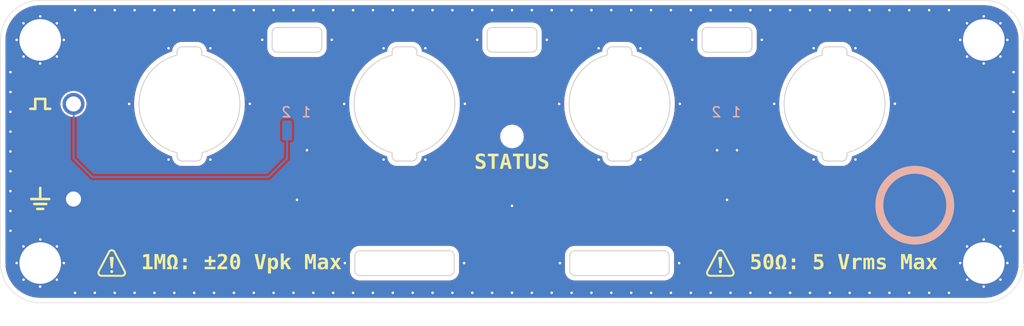
<source format=kicad_pcb>
(kicad_pcb (version 20241228) (generator "pcbnew") (generator_version "9.0")
  (layers (0 "F.Cu" signal) (2 "B.Cu" signal) (5 "F.SilkS" user "F.Silkscreen") (7 "B.SilkS" user "B.Silkscreen") (1 "F.Mask" user) (3 "B.Mask" user) (25 "Edge.Cuts" user))
  (net 0 "")
  (net 1 "GND")
  (net 2 "Net-(TP1-Pad2)")
  (footprint "ThunderScope:Mounting_Hole_#6" (layer "F.Cu") (at 193.01 116.500033)
    (property "Reference" "H4" (hide yes))
    (property "Value" "MountingHole_Pad")
    (pad "1" thru_hole circle (at 0 0) (size 5.25 5.25) (drill 4.191) (layers "*.Cu" "*.Mask") (net 1 "GND"))
  )
  (footprint "ThunderScope:Keystone_1046" (layer "F.Cu") (at 101.36 100.454993 90)
    (property "Reference" "TP2" (hide yes))
    (property "Value" "1046")
    (pad "1" thru_hole circle (at 0 0 90) (size 2.22 2.22) (drill 1.52) (layers "*.Cu" "*.Mask") (net 2 "Net-(TP1-Pad2)"))
  )
  (footprint "ThunderScope:Mounting_Hole_#6" (layer "F.Cu") (at 98.01 116.500033)
    (property "Reference" "H2" (hide yes))
    (property "Value" "MountingHole_Pad")
    (pad "1" thru_hole circle (at 0 0) (size 5.25 5.25) (drill 4.191) (layers "*.Cu" "*.Mask") (net 1 "GND"))
  )
  (footprint "ThunderScope:Mounting_Hole_#6" (layer "F.Cu") (at 98.01 94.000033)
    (property "Reference" "H1" (hide yes))
    (property "Value" "MountingHole_Pad")
    (pad "1" thru_hole circle (at 0 0) (size 5.25 5.25) (drill 4.191) (layers "*.Cu" "*.Mask") (net 1 "GND"))
  )
  (footprint "ThunderScope:Keystone_1046" (layer "F.Cu") (at 101.36 110.044993 90)
    (property "Reference" "TP3" (hide yes))
    (property "Value" "1046")
    (pad "1" thru_hole circle (at 0 0 90) (size 2.22 2.22) (drill 1.52) (layers "*.Cu" "*.Mask") (net 1 "GND"))
  )
  (footprint "ThunderScope:Symbol_Attention_Triangle" (layer "F.Cu") (at 166.485 116.500033)
    (property "Reference" "REF**" (hide yes))
    (property "Value" "Symbol_Attention_Triangle" (hide yes))
    (fp_line (start -0.100826 -0.566926) (end 0.098545 -0.566926) (stroke (width 0.1)) (layer "F.SilkS"))
    (fp_line (start -0.051163 0.440625) (end -0.150556 -0.511736) (stroke (width 0.1)) (layer "F.SilkS"))
    (fp_line (start 0 0.858456) (end 0 0.86) (stroke (width 0.3)) (layer "F.SilkS"))
    (fp_line (start 0.010196 0.485435) (end -0.001433 0.485435) (stroke (width 0.1)) (layer "F.SilkS"))
    (fp_line (start 0.148331 -0.512307) (end 0.059982 0.440054) (stroke (width 0.1)) (layer "F.SilkS"))
    (fp_arc (start -0.150556 -0.511736) (mid -0.137982 -0.550406) (end -0.100826 -0.566926) (stroke (width 0.1)) (layer "F.SilkS"))
    (fp_arc (start -0.001433 0.485435) (mid -0.034917 0.472596) (end -0.051163 0.440625) (stroke (width 0.1)) (layer "F.SilkS"))
    (fp_arc (start 0.059982 0.440054) (mid 0.043889 0.472398) (end 0.010196 0.485435) (stroke (width 0.1)) (layer "F.SilkS"))
    (fp_arc (start 0.098545 -0.566926) (mid 0.135485 -0.550596) (end 0.148331 -0.512307) (stroke (width 0.1)) (layer "F.SilkS"))
    (fp_poly (pts (xy -0.100779 -0.516929) (xy 0.098521 -0.516929) (xy 0.010221 0.435471) (xy -0.001479 0.435471)) (stroke (width 0.1)) (fill yes) (layer "F.SilkS"))
    (fp_poly (pts (xy 0.020173 -1.290382) (xy 0.040273 -1.288449) (xy 0.060227 -1.285228) (xy 0.079962 -1.280717) (xy 0.099405 -1.274918) (xy 0.118484 -1.26783) (xy 0.137126 -1.259454) (xy 0.155257 -1.249789) (xy 0.172805 -1.238835) (xy 0.189696 -1.226593) (xy 0.205859 -1.213061) (xy 0.221219 -1.198242) (xy 0.235705 -1.182133) (xy 0.249242 -1.164736) (xy 0.261759 -1.14605) (xy 0.273182 -1.126075) (xy 1.305256 0.834972) (xy 1.314651 0.854344) (xy 1.32257 0.873906) (xy 1.329045 0.893605) (xy 1.334108 0.91339) (xy 1.337791 0.933206) (xy 1.340126 0.953002) (xy 1.341145 0.972724) (xy 1.34088 0.992319) (xy 1.339361 1.011736) (xy 1.336623 1.03092) (xy 1.332695 1.049819) (xy 1.327611 1.068381) (xy 1.321402 1.086551) (xy 1.314099 1.104279) (xy 1.305736 1.12151) (xy 1.296343 1.138193) (xy 1.285952 1.154273) (xy 1.274596 1.169699) (xy 1.262306 1.184417) (xy 1.249114 1.198375) (xy 1.235053 1.21152) (xy 1.220153 1.223799) (xy 1.204447 1.23516) (xy 1.187967 1.245548) (xy 1.170744 1.254913) (xy 1.152811 1.2632) (xy 1.134199 1.270357) (xy 1.11494 1.276331) (xy 1.095066 1.28107) (xy 1.074609 1.28452) (xy 1.053601 1.286629) (xy 1.032074 1.287343) (xy -1.032073 1.287343) (xy -1.053601 1.286629) (xy -1.074609 1.28452) (xy -1.095066 1.28107) (xy -1.114939 1.276331) (xy -1.134198 1.270356) (xy -1.15281 1.263199) (xy -1.170744 1.254911) (xy -1.187966 1.245546) (xy -1.204447 1.235156) (xy -1.220153 1.223795) (xy -1.235052 1.211514) (xy -1.249114 1.198367) (xy -1.262306 1.184407) (xy -1.274596 1.169686) (xy -1.285952 1.154257) (xy -1.296342 1.138173) (xy -1.305735 1.121487) (xy -1.314099 1.104252) (xy -1.321401 1.086519) (xy -1.327611 1.068343) (xy -1.332695 1.049775) (xy -1.336622 1.03087) (xy -1.339361 1.011678) (xy -1.340879 0.992254) (xy -1.341145 0.97265) (xy -1.340126 0.952919) (xy -1.337791 0.933114) (xy -1.334107 0.913286) (xy -1.329044 0.893491) (xy -1.322569 0.873779) (xy -1.31465 0.854203) (xy -1.305255 0.834818) (xy -0.273182 -1.126075) (xy -0.261759 -1.14605) (xy -0.249242 -1.164736) (xy -0.235704 -1.182133) (xy -0.221219 -1.198242) (xy -0.205858 -1.213061) (xy -0.189696 -1.226593) (xy -0.172804 -1.238835) (xy -0.155256 -1.249789) (xy -0.137125 -1.259454) (xy -0.118484 -1.26783) (xy -0.099405 -1.274918) (xy -0.079961 -1.280717) (xy -0.060226 -1.285228) (xy -0.040272 -1.288449) (xy -0.020172 -1.290382) (xy 0 -1.291027)) (stroke (width 0.2)) (fill no) (layer "F.SilkS"))
  )
  (footprint "ThunderScope:Mounting_Hole_#6" (layer "F.Cu") (at 193.01 94.000033)
    (property "Reference" "H3" (hide yes))
    (property "Value" "MountingHole_Pad")
    (pad "1" thru_hole circle (at 0 0) (size 5.25 5.25) (drill 4.191) (layers "*.Cu" "*.Mask") (net 1 "GND"))
  )
  (footprint "ThunderScope:Symbol_Attention_Triangle" (layer "F.Cu") (at 105.21 116.500033)
    (property "Reference" "REF**" (hide yes))
    (property "Value" "Symbol_Attention_Triangle" (hide yes))
    (fp_line (start -0.100826 -0.566926) (end 0.098545 -0.566926) (stroke (width 0.1)) (layer "F.SilkS"))
    (fp_line (start -0.051163 0.440625) (end -0.150556 -0.511736) (stroke (width 0.1)) (layer "F.SilkS"))
    (fp_line (start 0 0.858456) (end 0 0.86) (stroke (width 0.3)) (layer "F.SilkS"))
    (fp_line (start 0.010196 0.485435) (end -0.001433 0.485435) (stroke (width 0.1)) (layer "F.SilkS"))
    (fp_line (start 0.148331 -0.512307) (end 0.059982 0.440054) (stroke (width 0.1)) (layer "F.SilkS"))
    (fp_arc (start -0.150556 -0.511736) (mid -0.137982 -0.550406) (end -0.100826 -0.566926) (stroke (width 0.1)) (layer "F.SilkS"))
    (fp_arc (start -0.001433 0.485435) (mid -0.034917 0.472596) (end -0.051163 0.440625) (stroke (width 0.1)) (layer "F.SilkS"))
    (fp_arc (start 0.059982 0.440054) (mid 0.043889 0.472398) (end 0.010196 0.485435) (stroke (width 0.1)) (layer "F.SilkS"))
    (fp_arc (start 0.098545 -0.566926) (mid 0.135485 -0.550596) (end 0.148331 -0.512307) (stroke (width 0.1)) (layer "F.SilkS"))
    (fp_poly (pts (xy -0.100779 -0.516929) (xy 0.098521 -0.516929) (xy 0.010221 0.435471) (xy -0.001479 0.435471)) (stroke (width 0.1)) (fill yes) (layer "F.SilkS"))
    (fp_poly (pts (xy 0.020173 -1.290382) (xy 0.040273 -1.288449) (xy 0.060227 -1.285228) (xy 0.079962 -1.280717) (xy 0.099405 -1.274918) (xy 0.118484 -1.26783) (xy 0.137126 -1.259454) (xy 0.155257 -1.249789) (xy 0.172805 -1.238835) (xy 0.189696 -1.226593) (xy 0.205859 -1.213061) (xy 0.221219 -1.198242) (xy 0.235705 -1.182133) (xy 0.249242 -1.164736) (xy 0.261759 -1.14605) (xy 0.273182 -1.126075) (xy 1.305256 0.834972) (xy 1.314651 0.854344) (xy 1.32257 0.873906) (xy 1.329045 0.893605) (xy 1.334108 0.91339) (xy 1.337791 0.933206) (xy 1.340126 0.953002) (xy 1.341145 0.972724) (xy 1.34088 0.992319) (xy 1.339361 1.011736) (xy 1.336623 1.03092) (xy 1.332695 1.049819) (xy 1.327611 1.068381) (xy 1.321402 1.086551) (xy 1.314099 1.104279) (xy 1.305736 1.12151) (xy 1.296343 1.138193) (xy 1.285952 1.154273) (xy 1.274596 1.169699) (xy 1.262306 1.184417) (xy 1.249114 1.198375) (xy 1.235053 1.21152) (xy 1.220153 1.223799) (xy 1.204447 1.23516) (xy 1.187967 1.245548) (xy 1.170744 1.254913) (xy 1.152811 1.2632) (xy 1.134199 1.270357) (xy 1.11494 1.276331) (xy 1.095066 1.28107) (xy 1.074609 1.28452) (xy 1.053601 1.286629) (xy 1.032074 1.287343) (xy -1.032073 1.287343) (xy -1.053601 1.286629) (xy -1.074609 1.28452) (xy -1.095066 1.28107) (xy -1.114939 1.276331) (xy -1.134198 1.270356) (xy -1.15281 1.263199) (xy -1.170744 1.254911) (xy -1.187966 1.245546) (xy -1.204447 1.235156) (xy -1.220153 1.223795) (xy -1.235052 1.211514) (xy -1.249114 1.198367) (xy -1.262306 1.184407) (xy -1.274596 1.169686) (xy -1.285952 1.154257) (xy -1.296342 1.138173) (xy -1.305735 1.121487) (xy -1.314099 1.104252) (xy -1.321401 1.086519) (xy -1.327611 1.068343) (xy -1.332695 1.049775) (xy -1.336622 1.03087) (xy -1.339361 1.011678) (xy -1.340879 0.992254) (xy -1.341145 0.97265) (xy -1.340126 0.952919) (xy -1.337791 0.933114) (xy -1.334107 0.913286) (xy -1.329044 0.893491) (xy -1.322569 0.873779) (xy -1.31465 0.854203) (xy -1.305255 0.834818) (xy -0.273182 -1.126075) (xy -0.261759 -1.14605) (xy -0.249242 -1.164736) (xy -0.235704 -1.182133) (xy -0.221219 -1.198242) (xy -0.205858 -1.213061) (xy -0.189696 -1.226593) (xy -0.172804 -1.238835) (xy -0.155256 -1.249789) (xy -0.137125 -1.259454) (xy -0.118484 -1.26783) (xy -0.099405 -1.274918) (xy -0.079961 -1.280717) (xy -0.060226 -1.285228) (xy -0.040272 -1.288449) (xy -0.020172 -1.290382) (xy 0 -1.291027)) (stroke (width 0.2)) (fill no) (layer "F.SilkS"))
  )
  (footprint "ThunderScope:009155002852006_PCB_Pads" (layer "B.Cu") (at 167.16 103.125033 180)
    (property "Reference" "TP4" (hide yes))
    (property "Value" "009155002852006_PCB_Pads")
    (fp_text user "1" (at -1.5 1.25 0) (layer "B.SilkS") (effects (justify left bottom mirror)))
    (fp_text user "2" (at 0.5 1.25 0) (layer "B.SilkS") (effects (justify left bottom mirror)))
    (pad "1" smd roundrect (at -1 0 180) (size 1 2) (layers "B.Cu" "B.Mask") (roundrect_rratio 0.15) (net 1 "GND"))
    (pad "2" smd roundrect (at 1 0 180) (size 1 2) (layers "B.Cu" "B.Mask") (roundrect_rratio 0.15) (net 1 "GND"))
  )
  (footprint "ThunderScope:009155002852006_PCB_Pads" (layer "B.Cu") (at 123.86 103.125033 180)
    (property "Reference" "TP1" (hide yes))
    (property "Value" "009155002852006_PCB_Pads")
    (fp_text user "2" (at 0.5 1.25 0) (layer "B.SilkS") (effects (justify left bottom mirror)))
    (fp_text user "1" (at -1.5 1.25 0) (layer "B.SilkS") (effects (justify left bottom mirror)))
    (pad "1" smd roundrect (at -1 0 180) (size 1 2) (layers "B.Cu" "B.Mask") (roundrect_rratio 0.15) (net 1 "GND"))
    (pad "2" smd roundrect (at 1 0 180) (size 1 2) (layers "B.Cu" "B.Mask") (roundrect_rratio 0.15) (net 2 "Net-(TP1-Pad2)"))
  )
  (footprint "graphics:Anarchy" (layer "B.Cu") (at 190.1775 106.592129 180)
    (property "Reference" "REF**" (hide yes))
    (property "Value" "Anarchy" (hide yes))
    (fp_circle (center 4.114271 -4.075) (end 7.685 -4.075) (stroke (width 0.8)) (fill no) (layer "B.SilkS"))
  )
  (gr_line (start 98.01 110.044993) (end 98.01 108.919993) (stroke (width 0.254)) (layer "F.SilkS"))
  (gr_line (start 97.11 110.044993) (end 98.91 110.044993) (stroke (width 0.254)) (layer "F.SilkS"))
  (gr_line (start 97.51 99.950033) (end 98.51 99.950033) (stroke (width 0.254)) (layer "F.SilkS"))
  (gr_line (start 98.51 100.950033) (end 99.01 100.950033) (stroke (width 0.254)) (layer "F.SilkS"))
  (gr_line (start 97.01 100.950033) (end 97.51 100.950033) (stroke (width 0.254)) (layer "F.SilkS"))
  (gr_line (start 98.51 100.950033) (end 98.51 99.950033) (stroke (width 0.254)) (layer "F.SilkS"))
  (gr_line (start 97.41 110.544993) (end 98.61 110.544993) (stroke (width 0.254)) (layer "F.SilkS"))
  (gr_line (start 97.51 100.950033) (end 97.51 99.950033) (stroke (width 0.254)) (layer "F.SilkS"))
  (gr_line (start 97.71 111.044993) (end 98.31 111.044993) (stroke (width 0.254)) (layer "F.SilkS"))
  (gr_line (start 133.935 106.214993) (end 135.435 106.214993) (stroke (width 0.1)) (layer "Edge.Cuts"))
  (gr_arc (start 139.185 115.259993) (mid 139.538553 115.40644) (end 139.685 115.759993) (stroke (width 0.1)) (layer "Edge.Cuts"))
  (gr_arc (start 157.085 94.694993) (mid 157.438553 94.84144) (end 157.585 95.194993) (stroke (width 0.1)) (layer "Edge.Cuts"))
  (gr_line (start 111.785 105.373644) (end 111.785 105.714993) (stroke (width 0.1)) (layer "Edge.Cuts"))
  (gr_arc (start 161.335 117.259993) (mid 161.188553 117.613546) (end 160.835 117.759993) (stroke (width 0.1)) (layer "Edge.Cuts"))
  (gr_arc (start 165.16 95.239993) (mid 164.806447 95.093546) (end 164.66 94.739993) (stroke (width 0.1)) (layer "Edge.Cuts"))
  (gr_line (start 112.285 106.214993) (end 113.785 106.214993) (stroke (width 0.1)) (layer "Edge.Cuts"))
  (gr_line (start 160.835 115.259993) (end 151.835 115.259993) (stroke (width 0.1)) (layer "Edge.Cuts"))
  (gr_line (start 155.585 106.214993) (end 157.085 106.214993) (stroke (width 0.1)) (layer "Edge.Cuts"))
  (gr_arc (start 155.085 95.194993) (mid 155.231447 94.84144) (end 155.585 94.694993) (stroke (width 0.1)) (layer "Edge.Cuts"))
  (gr_arc (start 111.785 95.194993) (mid 111.931447 94.84144) (end 112.285 94.694993) (stroke (width 0.1)) (layer "Edge.Cuts"))
  (gr_line (start 113.785 94.694993) (end 112.285 94.694993) (stroke (width 0.1)) (layer "Edge.Cuts"))
  (gr_arc (start 193.01 90.000033) (mid 195.838427 91.171606) (end 197.01 94.000033) (stroke (width 0.05)) (layer "Edge.Cuts"))
  (gr_arc (start 151.335 115.759993) (mid 151.481447 115.40644) (end 151.835 115.259993) (stroke (width 0.1)) (layer "Edge.Cuts"))
  (gr_arc (start 148.01 94.739993) (mid 147.863553 95.093546) (end 147.51 95.239993) (stroke (width 0.1)) (layer "Edge.Cuts"))
  (gr_arc (start 126.36 94.739993) (mid 126.213553 95.093546) (end 125.86 95.239993) (stroke (width 0.1)) (layer "Edge.Cuts"))
  (gr_arc (start 197.01 116.500033) (mid 195.838427 119.32846) (end 193.01 120.500033) (stroke (width 0.05)) (layer "Edge.Cuts"))
  (gr_line (start 147.51 92.739993) (end 143.51 92.739993) (stroke (width 0.1)) (layer "Edge.Cuts"))
  (gr_line (start 193.01 90.000033) (end 98.01 90.000033) (stroke (width 0.05)) (layer "Edge.Cuts"))
  (gr_arc (start 130.185 117.759993) (mid 129.831447 117.613546) (end 129.685 117.259993) (stroke (width 0.1)) (layer "Edge.Cuts"))
  (gr_line (start 176.735 105.373644) (end 176.735 105.714993) (stroke (width 0.1)) (layer "Edge.Cuts"))
  (gr_line (start 179.235 105.714993) (end 179.235 105.373644) (stroke (width 0.1)) (layer "Edge.Cuts"))
  (gr_line (start 151.335 115.759993) (end 151.335 117.259993) (stroke (width 0.1)) (layer "Edge.Cuts"))
  (gr_line (start 135.435 94.694993) (end 133.935 94.694993) (stroke (width 0.1)) (layer "Edge.Cuts"))
  (gr_line (start 133.435 95.194993) (end 133.435 95.536342) (stroke (width 0.1)) (layer "Edge.Cuts"))
  (gr_arc (start 133.435 95.194993) (mid 133.581447 94.84144) (end 133.935 94.694993) (stroke (width 0.1)) (layer "Edge.Cuts"))
  (gr_line (start 157.585 105.714993) (end 157.585 105.373644) (stroke (width 0.1)) (layer "Edge.Cuts"))
  (gr_arc (start 169.66 94.739993) (mid 169.513553 95.093546) (end 169.16 95.239993) (stroke (width 0.1)) (layer "Edge.Cuts"))
  (gr_arc (start 133.935 106.214993) (mid 133.581447 106.068546) (end 133.435 105.714993) (stroke (width 0.1)) (layer "Edge.Cuts"))
  (gr_line (start 135.935 95.536342) (end 135.935 95.194993) (stroke (width 0.1)) (layer "Edge.Cuts"))
  (gr_line (start 157.085 94.694993) (end 155.585 94.694993) (stroke (width 0.1)) (layer "Edge.Cuts"))
  (gr_line (start 139.185 115.259993) (end 130.185 115.259993) (stroke (width 0.1)) (layer "Edge.Cuts"))
  (gr_arc (start 98.01 120.500033) (mid 95.181573 119.32846) (end 94.01 116.500033) (stroke (width 0.05)) (layer "Edge.Cuts"))
  (gr_line (start 121.36 93.239993) (end 121.36 94.739993) (stroke (width 0.1)) (layer "Edge.Cuts"))
  (gr_arc (start 157.585 95.536342) (mid 161.41 100.454993) (end 157.585 105.373644) (stroke (width 0.1)) (layer "Edge.Cuts"))
  (gr_line (start 111.785 95.194993) (end 111.785 95.536342) (stroke (width 0.1)) (layer "Edge.Cuts"))
  (gr_arc (start 114.285 105.714993) (mid 114.138553 106.068546) (end 113.785 106.214993) (stroke (width 0.1)) (layer "Edge.Cuts"))
  (gr_arc (start 113.785 94.694993) (mid 114.138553 94.84144) (end 114.285 95.194993) (stroke (width 0.1)) (layer "Edge.Cuts"))
  (gr_line (start 177.235 106.214993) (end 178.735 106.214993) (stroke (width 0.1)) (layer "Edge.Cuts"))
  (gr_line (start 148.01 94.739993) (end 148.01 93.239993) (stroke (width 0.1)) (layer "Edge.Cuts"))
  (gr_line (start 151.835 117.759993) (end 160.835 117.759993) (stroke (width 0.1)) (layer "Edge.Cuts"))
  (gr_line (start 179.235 95.536342) (end 179.235 95.194993) (stroke (width 0.1)) (layer "Edge.Cuts"))
  (gr_line (start 121.86 95.239993) (end 125.86 95.239993) (stroke (width 0.1)) (layer "Edge.Cuts"))
  (gr_line (start 176.735 95.194993) (end 176.735 95.536342) (stroke (width 0.1)) (layer "Edge.Cuts"))
  (gr_line (start 125.86 92.739993) (end 121.86 92.739993) (stroke (width 0.1)) (layer "Edge.Cuts"))
  (gr_arc (start 114.285 95.536342) (mid 118.11 100.454993) (end 114.285 105.373644) (stroke (width 0.1)) (layer "Edge.Cuts"))
  (gr_line (start 126.36 94.739993) (end 126.36 93.239993) (stroke (width 0.1)) (layer "Edge.Cuts"))
  (gr_line (start 169.66 94.739993) (end 169.66 93.239993) (stroke (width 0.1)) (layer "Edge.Cuts"))
  (gr_arc (start 151.835 117.759993) (mid 151.481447 117.613546) (end 151.335 117.259993) (stroke (width 0.1)) (layer "Edge.Cuts"))
  (gr_line (start 155.085 105.373644) (end 155.085 105.714993) (stroke (width 0.1)) (layer "Edge.Cuts"))
  (gr_arc (start 155.585 106.214993) (mid 155.231447 106.068546) (end 155.085 105.714993) (stroke (width 0.1)) (layer "Edge.Cuts"))
  (gr_line (start 98.01 120.500033) (end 193.01 120.500033) (stroke (width 0.05)) (layer "Edge.Cuts"))
  (gr_line (start 133.435 105.373644) (end 133.435 105.714993) (stroke (width 0.1)) (layer "Edge.Cuts"))
  (gr_arc (start 135.935 105.714993) (mid 135.788553 106.068546) (end 135.435 106.214993) (stroke (width 0.1)) (layer "Edge.Cuts"))
  (gr_line (start 139.685 117.259993) (end 139.685 115.759993) (stroke (width 0.1)) (layer "Edge.Cuts"))
  (gr_arc (start 155.085 105.373644) (mid 151.26 100.454993) (end 155.085 95.536342) (stroke (width 0.1)) (layer "Edge.Cuts"))
  (gr_arc (start 176.735 105.373644) (mid 172.91 100.454993) (end 176.735 95.536342) (stroke (width 0.1)) (layer "Edge.Cuts"))
  (gr_arc (start 177.235 106.214993) (mid 176.881447 106.068546) (end 176.735 105.714993) (stroke (width 0.1)) (layer "Edge.Cuts"))
  (gr_line (start 114.285 105.714993) (end 114.285 105.373644) (stroke (width 0.1)) (layer "Edge.Cuts"))
  (gr_arc (start 94.01 94.000033) (mid 95.181573 91.171606) (end 98.01 90.000033) (stroke (width 0.05)) (layer "Edge.Cuts"))
  (gr_line (start 178.735 94.694993) (end 177.235 94.694993) (stroke (width 0.1)) (layer "Edge.Cuts"))
  (gr_line (start 135.935 105.714993) (end 135.935 105.373644) (stroke (width 0.1)) (layer "Edge.Cuts"))
  (gr_arc (start 160.835 115.259993) (mid 161.188553 115.40644) (end 161.335 115.759993) (stroke (width 0.1)) (layer "Edge.Cuts"))
  (gr_line (start 165.16 95.239993) (end 169.16 95.239993) (stroke (width 0.1)) (layer "Edge.Cuts"))
  (gr_arc (start 111.785 105.373644) (mid 107.96 100.454993) (end 111.785 95.536342) (stroke (width 0.1)) (layer "Edge.Cuts"))
  (gr_arc (start 143.51 95.239993) (mid 143.156447 95.093546) (end 143.01 94.739993) (stroke (width 0.1)) (layer "Edge.Cuts"))
  (gr_line (start 197.01 116.500033) (end 197.01 94.000033) (stroke (width 0.1)) (layer "Edge.Cuts"))
  (gr_arc (start 129.685 115.759993) (mid 129.831447 115.40644) (end 130.185 115.259993) (stroke (width 0.1)) (layer "Edge.Cuts"))
  (gr_arc (start 147.51 92.739993) (mid 147.863553 92.88644) (end 148.01 93.239993) (stroke (width 0.1)) (layer "Edge.Cuts"))
  (gr_line (start 169.16 92.739993) (end 165.16 92.739993) (stroke (width 0.1)) (layer "Edge.Cuts"))
  (gr_arc (start 179.235 105.714993) (mid 179.088553 106.068546) (end 178.735 106.214993) (stroke (width 0.1)) (layer "Edge.Cuts"))
  (gr_arc (start 135.935 95.536342) (mid 139.76 100.454993) (end 135.935 105.373644) (stroke (width 0.1)) (layer "Edge.Cuts"))
  (gr_line (start 155.085 95.194993) (end 155.085 95.536342) (stroke (width 0.1)) (layer "Edge.Cuts"))
  (gr_arc (start 157.585 105.714993) (mid 157.438553 106.068546) (end 157.085 106.214993) (stroke (width 0.1)) (layer "Edge.Cuts"))
  (gr_arc (start 178.735 94.694993) (mid 179.088553 94.84144) (end 179.235 95.194993) (stroke (width 0.1)) (layer "Edge.Cuts"))
  (gr_line (start 130.185 117.759993) (end 139.185 117.759993) (stroke (width 0.1)) (layer "Edge.Cuts"))
  (gr_line (start 94.01 94.000033) (end 94.01 116.500033) (stroke (width 0.05)) (layer "Edge.Cuts"))
  (gr_arc (start 121.36 93.239993) (mid 121.506447 92.88644) (end 121.86 92.739993) (stroke (width 0.1)) (layer "Edge.Cuts"))
  (gr_arc (start 125.86 92.739993) (mid 126.213553 92.88644) (end 126.36 93.239993) (stroke (width 0.1)) (layer "Edge.Cuts"))
  (gr_line (start 143.01 93.239993) (end 143.01 94.739993) (stroke (width 0.1)) (layer "Edge.Cuts"))
  (gr_line (start 143.51 95.239993) (end 147.51 95.239993) (stroke (width 0.1)) (layer "Edge.Cuts"))
  (gr_arc (start 139.685 117.259993) (mid 139.538553 117.613546) (end 139.185 117.759993) (stroke (width 0.1)) (layer "Edge.Cuts"))
  (gr_line (start 114.285 95.536342) (end 114.285 95.194993) (stroke (width 0.1)) (layer "Edge.Cuts"))
  (gr_arc (start 133.435 105.373644) (mid 129.61 100.454993) (end 133.435 95.536342) (stroke (width 0.1)) (layer "Edge.Cuts"))
  (gr_arc (start 121.86 95.239993) (mid 121.506447 95.093546) (end 121.36 94.739993) (stroke (width 0.1)) (layer "Edge.Cuts"))
  (gr_arc (start 164.66 93.239993) (mid 164.806447 92.88644) (end 165.16 92.739993) (stroke (width 0.1)) (layer "Edge.Cuts"))
  (gr_line (start 161.335 117.259993) (end 161.335 115.759993) (stroke (width 0.1)) (layer "Edge.Cuts"))
  (gr_arc (start 169.16 92.739993) (mid 169.513553 92.88644) (end 169.66 93.239993) (stroke (width 0.1)) (layer "Edge.Cuts"))
  (gr_arc (start 135.435 94.694993) (mid 135.788553 94.84144) (end 135.935 95.194993) (stroke (width 0.1)) (layer "Edge.Cuts"))
  (gr_arc (start 179.235 95.536342) (mid 183.06 100.454993) (end 179.235 105.373644) (stroke (width 0.1)) (layer "Edge.Cuts"))
  (gr_line (start 157.585 95.536342) (end 157.585 95.194993) (stroke (width 0.1)) (layer "Edge.Cuts"))
  (gr_line (start 164.66 93.239993) (end 164.66 94.739993) (stroke (width 0.1)) (layer "Edge.Cuts"))
  (gr_line (start 129.685 115.759993) (end 129.685 117.259993) (stroke (width 0.1)) (layer "Edge.Cuts"))
  (gr_arc (start 112.285 106.214993) (mid 111.931447 106.068546) (end 111.785 105.714993) (stroke (width 0.1)) (layer "Edge.Cuts"))
  (gr_arc (start 176.735 95.194993) (mid 176.881447 94.84144) (end 177.235 94.694993) (stroke (width 0.1)) (layer "Edge.Cuts"))
  (gr_arc (start 143.01 93.239993) (mid 143.156447 92.88644) (end 143.51 92.739993) (stroke (width 0.1)) (layer "Edge.Cuts"))
  (gr_text "1MΩ: ±20 Vpk Max" (at 108.16 116.500033 0) (layer "F.SilkS") (effects (font (size 1.5 1.5) (thickness 0.3) (bold yes)) (justify left)))
  (gr_text "STATUS" (at 145.51 105.500033 0) (layer "F.SilkS") (effects (font (size 1.5 1.5) (thickness 0.252) (bold yes)) (justify top)))
  (gr_text "50Ω: 5 Vrms Max" (at 169.435 116.500033 0) (layer "F.SilkS") (effects (font (size 1.5 1.5) (thickness 0.252) (bold yes)) (justify left)))
  (via (at 120.36 93.989993) (size 0.508) (drill 0.254) (layers "F.Cu" "B.Cu") (net 1))
  (via (at 185.51 119.500033) (size 0.508) (drill 0.254) (layers "F.Cu" "B.Cu") (net 1))
  (via (at 95.635 94.000033) (size 0.508) (drill 0.254) (layers "F.Cu" "B.Cu") (net 1))
  (via (at 145.51 91.000033) (size 0.508) (drill 0.254) (layers "F.Cu" "B.Cu") (net 1))
  (via (at 194.685 95.675033) (size 0.508) (drill 0.254) (layers "F.Cu" "B.Cu") (net 1))
  (via (at 154.23145 106.068542) (size 0.508) (drill 0.254) (layers "F.Cu" "B.Cu") (net 1))
  (via (at 141.51 91.000033) (size 0.508) (drill 0.254) (layers "F.Cu" "B.Cu") (net 1))
  (via (at 159.51 119.500033) (size 0.508) (drill 0.254) (layers "F.Cu" "B.Cu") (net 1))
  (via (at 194.685 92.325033) (size 0.508) (drill 0.254) (layers "F.Cu" "B.Cu") (net 1))
  (via (at 132.581454 94.841436) (size 0.508) (drill 0.254) (layers "F.Cu" "B.Cu") (net 1))
  (via (at 142.01 93.989993) (size 0.508) (drill 0.254) (layers "F.Cu" "B.Cu") (net 1))
  (via (at 149.01 93.989993) (size 0.508) (drill 0.254) (layers "F.Cu" "B.Cu") (net 1))
  (via (at 101.51 91.000033) (size 0.508) (drill 0.254) (layers "F.Cu" "B.Cu") (net 1))
  (via (at 150.260008 100.454996) (size 0.508) (drill 0.254) (layers "F.Cu" "B.Cu") (net 1))
  (via (at 167.16 110.125033) (size 0.508) (drill 0.254) (layers "F.Cu" "B.Cu") (net 1))
  (via (at 107.51 91.000033) (size 0.508) (drill 0.254) (layers "F.Cu" "B.Cu") (net 1))
  (via (at 123.86 110.125033) (size 0.508) (drill 0.254) (layers "F.Cu" "B.Cu") (net 1))
  (via (at 191.32355 114.825033) (size 0.508) (drill 0.254) (layers "F.Cu" "B.Cu") (net 1))
  (via (at 162.335 116.509993) (size 0.508) (drill 0.254) (layers "F.Cu" "B.Cu") (net 1))
  (via (at 95.01 97.250033) (size 0.508) (drill 0.254) (layers "F.Cu" "B.Cu") (net 1))
  (via (at 168.16 105.125033) (size 0.508) (drill 0.254) (layers "F.Cu" "B.Cu") (net 1))
  (via (at 163.66 93.989993) (size 0.508) (drill 0.254) (layers "F.Cu" "B.Cu") (net 1))
  (via (at 95.01 105.250033) (size 0.508) (drill 0.254) (layers "F.Cu" "B.Cu") (net 1))
  (via (at 127.36 93.989993) (size 0.508) (drill 0.254) (layers "F.Cu" "B.Cu") (net 1))
  (via (at 98.01 114.125033) (size 0.508) (drill 0.254) (layers "F.Cu" "B.Cu") (net 1))
  (via (at 136.788553 94.841433) (size 0.508) (drill 0.254) (layers "F.Cu" "B.Cu") (net 1))
  (via (at 195.385 116.500033) (size 0.508) (drill 0.254) (layers "F.Cu" "B.Cu") (net 1))
  (via (at 101.51 119.500033) (size 0.508) (drill 0.254) (layers "F.Cu" "B.Cu") (net 1))
  (via (at 170.66 93.989993) (size 0.508) (drill 0.254) (layers "F.Cu" "B.Cu") (net 1))
  (via (at 194.685 118.175033) (size 0.508) (drill 0.254) (layers "F.Cu" "B.Cu") (net 1))
  (via (at 171.51 119.500033) (size 0.508) (drill 0.254) (layers "F.Cu" "B.Cu") (net 1))
  (via (at 139.51 91.000033) (size 0.508) (drill 0.254) (layers "F.Cu" "B.Cu") (net 1))
  (via (at 177.51 119.500033) (size 0.508) (drill 0.254) (layers "F.Cu" "B.Cu") (net 1))
  (via (at 132.58145 106.068542) (size 0.508) (drill 0.254) (layers "F.Cu" "B.Cu") (net 1))
  (via (at 175.51 119.500033) (size 0.508) (drill 0.254) (layers "F.Cu" "B.Cu") (net 1))
  (via (at 127.51 91.000033) (size 0.508) (drill 0.254) (layers "F.Cu" "B.Cu") (net 1))
  (via (at 115.51 91.000033) (size 0.508) (drill 0.254) (layers "F.Cu" "B.Cu") (net 1))
  (via (at 137.51 119.500033) (size 0.508) (drill 0.254) (layers "F.Cu" "B.Cu") (net 1))
  (via (at 95.01 109.250033) (size 0.508) (drill 0.254) (layers "F.Cu" "B.Cu") (net 1))
  (via (at 119.51 91.000033) (size 0.508) (drill 0.254) (layers "F.Cu" "B.Cu") (net 1))
  (via (at 136.78856 106.068542) (size 0.508) (drill 0.254) (layers "F.Cu" "B.Cu") (net 1))
  (via (at 135.51 91.000033) (size 0.508) (drill 0.254) (layers "F.Cu" "B.Cu") (net 1))
  (via (at 98 118.875033) (size 0.508) (drill 0.254) (layers "F.Cu" "B.Cu") (net 1))
  (via (at 179.51 119.500033) (size 0.508) (drill 0.254) (layers "F.Cu" "B.Cu") (net 1))
  (via (at 96.330621 118.179412) (size 0.508) (drill 0.254) (layers "F.Cu" "B.Cu") (net 1))
  (via (at 141.51 119.500033) (size 0.508) (drill 0.254) (layers "F.Cu" "B.Cu") (net 1))
  (via (at 169.51 91.000033) (size 0.508) (drill 0.254) (layers "F.Cu" "B.Cu") (net 1))
  (via (at 98.01 91.625033) (size 0.508) (drill 0.254) (layers "F.Cu" "B.Cu") (net 1))
  (via (at 113.51 119.500033) (size 0.508) (drill 0.254) (layers "F.Cu" "B.Cu") (net 1))
  (via (at 163.51 91.000033) (size 0.508) (drill 0.254) (layers "F.Cu" "B.Cu") (net 1))
  (via (at 140.76 100.446567) (size 0.508) (drill 0.254) (layers "F.Cu" "B.Cu") (net 1))
  (via (at 128.610008 100.454996) (size 0.508) (drill 0.254) (layers "F.Cu" "B.Cu") (net 1))
  (via (at 191.32355 92.325033) (size 0.508) (drill 0.254) (layers "F.Cu" "B.Cu") (net 1))
  (via (at 95.01 111.250033) (size 0.508) (drill 0.254) (layers "F.Cu" "B.Cu") (net 1))
  (via (at 157.51 91.000033) (size 0.508) (drill 0.254) (layers "F.Cu" "B.Cu") (net 1))
  (via (at 162.41 100.446567) (size 0.508) (drill 0.254) (layers "F.Cu" "B.Cu") (net 1))
  (via (at 100.385 116.500033) (size 0.508) (drill 0.254) (layers "F.Cu" "B.Cu") (net 1))
  (via (at 179.51 91.000033) (size 0.508) (drill 0.254) (layers "F.Cu" "B.Cu") (net 1))
  (via (at 196.01 101.250033) (size 0.508) (drill 0.254) (layers "F.Cu" "B.Cu") (net 1))
  (via (at 110.931454 94.84144) (size 0.508) (drill 0.254) (layers "F.Cu" "B.Cu") (net 1))
  (via (at 157.51 119.500033) (size 0.508) (drill 0.254) (layers "F.Cu" "B.Cu") (net 1))
  (via (at 98 96.375033) (size 0.508) (drill 0.254) (layers "F.Cu" "B.Cu") (net 1))
  (via (at 151.51 119.500033) (size 0.508) (drill 0.254) (layers "F.Cu" "B.Cu") (net 1))
  (via (at 185.51 91.000033) (size 0.508) (drill 0.254) (layers "F.Cu" "B.Cu") (net 1))
  (via (at 117.51 119.500033) (size 0.508) (drill 0.254) (layers "F.Cu" "B.Cu") (net 1))
  (via (at 154.231454 94.841436) (size 0.508) (drill 0.254) (layers "F.Cu" "B.Cu") (net 1))
  (via (at 95.635 116.500033) (size 0.508) (drill 0.254) (layers "F.Cu" "B.Cu") (net 1))
  (via (at 158.43856 106.068542) (size 0.508) (drill 0.254) (layers "F.Cu" "B.Cu") (net 1))
  (via (at 169.51 119.500033) (size 0.508) (drill 0.254) (layers "F.Cu" "B.Cu") (net 1))
  (via (at 121.51 91.000033) (size 0.508) (drill 0.254) (layers "F.Cu" "B.Cu") (net 1))
  (via (at 155.51 119.500033) (size 0.508) (drill 0.254) (layers "F.Cu" "B.Cu") (net 1))
  (via (at 95.01 101.250033) (size 0.508) (drill 0.254) (layers "F.Cu" "B.Cu") (net 1))
  (via (at 183.51 91.000033) (size 0.508) (drill 0.254) (layers "F.Cu" "B.Cu") (net 1))
  (via (at 175.51 91.000033) (size 0.508) (drill 0.254) (layers "F.Cu" "B.Cu") (net 1))
  (via (at 133.51 119.500033) (size 0.508) (drill 0.254) (layers "F.Cu" "B.Cu") (net 1))
  (via (at 107.51 119.500033) (size 0.508) (drill 0.254) (layers "F.Cu" "B.Cu") (net 1))
  (via (at 115.51 119.500033) (size 0.508) (drill 0.254) (layers "F.Cu" "B.Cu") (net 1))
  (via (at 95.01 103.250033) (size 0.508) (drill 0.254) (layers "F.Cu" "B.Cu") (net 1))
  (via (at 96.32355 92.325033) (size 0.508) (drill 0.254) (layers "F.Cu" "B.Cu") (net 1))
  (via (at 177.51 91.000033) (size 0.508) (drill 0.254) (layers "F.Cu" "B.Cu") (net 1))
  (via (at 96.32355 114.825033) (size 0.508) (drill 0.254) (layers "F.Cu" "B.Cu") (net 1))
  (via (at 180.088553 94.83367) (size 0.508) (drill 0.254) (layers "F.Cu" "B.Cu") (net 1))
  (via (at 143.51 91.000033) (size 0.508) (drill 0.254) (layers "F.Cu" "B.Cu") (net 1))
  (via (at 109.51 91.000033) (size 0.508) (drill 0.254) (layers "F.Cu" "B.Cu") (net 1))
  (via (at 123.51 91.000033) (size 0.508) (drill 0.254) (layers "F.Cu" "B.Cu") (net 1))
  (via (at 103.51 119.500033) (size 0.508) (drill 0.254) (layers "F.Cu" "B.Cu") (net 1))
  (via (at 95.01 107.250033) (size 0.508) (drill 0.254) (layers "F.Cu" "B.Cu") (net 1))
  (via (at 167.51 91.000033) (size 0.508) (drill 0.254) (layers "F.Cu" "B.Cu") (net 1))
  (via (at 105.51 119.500033) (size 0.508) (drill 0.254) (layers "F.Cu" "B.Cu") (net 1))
  (via (at 111.51 119.500033) (size 0.508) (drill 0.254) (layers "F.Cu" "B.Cu") (net 1))
  (via (at 196.01 103.250033) (size 0.508) (drill 0.254) (layers "F.Cu" "B.Cu") (net 1))
  (via (at 106.960008 100.455) (size 0.508) (drill 0.254) (layers "F.Cu" "B.Cu") (net 1))
  (via (at 153.51 119.500033) (size 0.508) (drill 0.254) (layers "F.Cu" "B.Cu") (net 1))
  (via (at 149.51 91.000033) (size 0.508) (drill 0.254) (layers "F.Cu" "B.Cu") (net 1))
  (via (at 113.51 91.000033) (size 0.508) (drill 0.254) (layers "F.Cu" "B.Cu") (net 1))
  (via (at 119.11 100.446571) (size 0.508) (drill 0.254) (layers "F.Cu" "B.Cu") (net 1))
  (via (at 193 118.875033) (size 0.508) (drill 0.254) (layers "F.Cu" "B.Cu") (net 1))
  (via (at 143.51 119.500033) (size 0.508) (drill 0.254) (layers "F.Cu" "B.Cu") (net 1))
  (via (at 171.51 91.000033) (size 0.508) (drill 0.254) (layers "F.Cu" "B.Cu") (net 1))
  (via (at 129.51 91.000033) (size 0.508) (drill 0.254) (layers "F.Cu" "B.Cu") (net 1))
  (via (at 153.51 91.000033) (size 0.508) (drill 0.254) (layers "F.Cu" "B.Cu") (net 1))
  (via (at 194.685 114.825033) (size 0.508) (drill 0.254) (layers "F.Cu" "B.Cu") (net 1))
  (via (at 196.01 97.250033) (size 0.508) (drill 0.254) (layers "F.Cu" "B.Cu") (net 1))
  (via (at 145.51 110.729993) (size 0.508) (drill 0.254) (layers "F.Cu" "B.Cu") (net 1))
  (via (at 149.51 119.500033) (size 0.508) (drill 0.254) (layers "F.Cu" "B.Cu") (net 1))
  (via (at 147.51 91.000033) (size 0.508) (drill 0.254) (layers "F.Cu" "B.Cu") (net 1))
  (via (at 173.51 91.000033) (size 0.508) (drill 0.254) (layers "F.Cu" "B.Cu") (net 1))
  (via (at 147.51 119.500033) (size 0.508) (drill 0.254) (layers "F.Cu" "B.Cu") (net 1))
  (via (at 163.51 119.500033) (size 0.508) (drill 0.254) (layers "F.Cu" "B.Cu") (net 1))
  (via (at 127.51 119.500033) (size 0.508) (drill 0.254) (layers "F.Cu" "B.Cu") (net 1))
  (via (at 184.06 100.438804) (size 0.508) (drill 0.254) (layers "F.Cu" "B.Cu") (net 1))
  (via (at 159.51 91.000033) (size 0.508) (drill 0.254) (layers "F.Cu" "B.Cu") (net 1))
  (via (at 193.01 114.125033) (size 0.508) (drill 0.254) (layers "F.Cu" "B.Cu") (net 1))
  (via (at 196.01 107.250033) (size 0.508) (drill 0.254) (layers "F.Cu" "B.Cu") (net 1))
  (via (at 131.51 91.000033) (size 0.508) (drill 0.254) (layers "F.Cu" "B.Cu") (net 1))
  (via (at 125.51 119.500033) (size 0.508) (drill 0.254) (layers "F.Cu" "B.Cu") (net 1))
  (via (at 111.51 91.000033) (size 0.508) (drill 0.254) (layers "F.Cu" "B.Cu") (net 1))
  (via (at 124.86 105.125033) (size 0.508) (drill 0.254) (layers "F.Cu" "B.Cu") (net 1))
  (via (at 110.93145 106.068546) (size 0.508) (drill 0.254) (layers "F.Cu" "B.Cu") (net 1))
  (via (at 150.335 116.509993) (size 0.508) (drill 0.254) (layers "F.Cu" "B.Cu") (net 1))
  (via (at 133.51 91.000033) (size 0.508) (drill 0.254) (layers "F.Cu" "B.Cu") (net 1))
  (via (at 195.385 94.000033) (size 0.508) (drill 0.254) (layers "F.Cu" "B.Cu") (net 1))
  (via (at 115.138553 94.841437) (size 0.508) (drill 0.254) (layers "F.Cu" "B.Cu") (net 1))
  (via (at 128.685 116.509993) (size 0.508) (drill 0.254) (layers "F.Cu" "B.Cu") (net 1))
  (via (at 135.51 119.500033) (size 0.508) (drill 0.254) (layers "F.Cu" "B.Cu") (net 1))
  (via (at 196.01 99.250033) (size 0.508) (drill 0.254) (layers "F.Cu" "B.Cu") (net 1))
  (via (at 117.51 91.000033) (size 0.508) (drill 0.254) (layers "F.Cu" "B.Cu") (net 1))
  (via (at 99.685 118.175033) (size 0.508) (drill 0.254) (layers "F.Cu" "B.Cu") (net 1))
  (via (at 166.16 105.125033) (size 0.508) (drill 0.254) (layers "F.Cu" "B.Cu") (net 1))
  (via (at 129.51 119.500033) (size 0.508) (drill 0.254) (layers "F.Cu" "B.Cu") (net 1))
  (via (at 165.51 119.500033) (size 0.508) (drill 0.254) (layers "F.Cu" "B.Cu") (net 1))
  (via (at 191.330621 118.179412) (size 0.508) (drill 0.254) (layers "F.Cu" "B.Cu") (net 1))
  (via (at 173.51 119.500033) (size 0.508) (drill 0.254) (layers "F.Cu" "B.Cu") (net 1))
  (via (at 99.685 95.675033) (size 0.508) (drill 0.254) (layers "F.Cu" "B.Cu") (net 1))
  (via (at 167.51 119.500033) (size 0.508) (drill 0.254) (layers "F.Cu" "B.Cu") (net 1))
  (via (at 109.51 119.500033) (size 0.508) (drill 0.254) (layers "F.Cu" "B.Cu") (net 1))
  (via (at 103.51 91.000033) (size 0.508) (drill 0.254) (layers "F.Cu" "B.Cu") (net 1))
  (via (at 161.51 91.000033) (size 0.508) (drill 0.254) (layers "F.Cu" "B.Cu") (net 1))
  (via (at 161.51 119.500033) (size 0.508) (drill 0.254) (layers "F.Cu" "B.Cu") (net 1))
  (via (at 95.01 113.250033) (size 0.508) (drill 0.254) (layers "F.Cu" "B.Cu") (net 1))
  (via (at 190.635 94.000033) (size 0.508) (drill 0.254) (layers "F.Cu" "B.Cu") (net 1))
  (via (at 171.910008 100.447233) (size 0.508) (drill 0.254) (layers "F.Cu" "B.Cu") (net 1))
  (via (at 181.51 119.500033) (size 0.508) (drill 0.254) (layers "F.Cu" "B.Cu") (net 1))
  (via (at 123.51 119.500033) (size 0.508) (drill 0.254) (layers "F.Cu" "B.Cu") (net 1))
  (via (at 151.51 91.000033) (size 0.508) (drill 0.254) (layers "F.Cu" "B.Cu") (net 1))
  (via (at 145.51 119.500033) (size 0.508) (drill 0.254) (layers "F.Cu" "B.Cu") (net 1))
  (via (at 131.51 119.500033) (size 0.508) (drill 0.254) (layers "F.Cu" "B.Cu") (net 1))
  (via (at 175.881454 94.833673) (size 0.508) (drill 0.254) (layers "F.Cu" "B.Cu") (net 1))
  (via (at 158.438553 94.841433) (size 0.508) (drill 0.254) (layers "F.Cu" "B.Cu") (net 1))
  (via (at 193 96.375033) (size 0.508) (drill 0.254) (layers "F.Cu" "B.Cu") (net 1))
  (via (at 175.88145 106.060779) (size 0.508) (drill 0.254) (layers "F.Cu" "B.Cu") (net 1))
  (via (at 189.51 119.500033) (size 0.508) (drill 0.254) (layers "F.Cu" "B.Cu") (net 1))
  (via (at 155.51 91.000033) (size 0.508) (drill 0.254) (layers "F.Cu" "B.Cu") (net 1))
  (via (at 105.51 91.000033) (size 0.508) (drill 0.254) (layers "F.Cu" "B.Cu") (net 1))
  (via (at 187.51 91.000033) (size 0.508) (drill 0.254) (layers "F.Cu" "B.Cu") (net 1))
  (via (at 191.330621 95.679412) (size 0.508) (drill 0.254) (layers "F.Cu" "B.Cu") (net 1))
  (via (at 125.51 91.000033) (size 0.508) (drill 0.254) (layers "F.Cu" "B.Cu") (net 1))
  (via (at 140.685 116.509993) (size 0.508) (drill 0.254) (layers "F.Cu" "B.Cu") (net 1))
  (via (at 181.51 91.000033) (size 0.508) (drill 0.254) (layers "F.Cu" "B.Cu") (net 1))
  (via (at 193.01 91.625033) (size 0.508) (drill 0.254) (layers "F.Cu" "B.Cu") (net 1))
  (via (at 121.51 119.500033) (size 0.508) (drill 0.254) (layers "F.Cu" "B.Cu") (net 1))
  (via (at 196.01 109.250033) (size 0.508) (drill 0.254) (layers "F.Cu" "B.Cu") (net 1))
  (via (at 115.13856 106.068546) (size 0.508) (drill 0.254) (layers "F.Cu" "B.Cu") (net 1))
  (via (at 190.635 116.500033) (size 0.508) (drill 0.254) (layers "F.Cu" "B.Cu") (net 1))
  (via (at 180.08856 106.060779) (size 0.508) (drill 0.254) (layers "F.Cu" "B.Cu") (net 1))
  (via (at 196.01 105.250033) (size 0.508) (drill 0.254) (layers "F.Cu" "B.Cu") (net 1))
  (via (at 196.01 111.250033) (size 0.508) (drill 0.254) (layers "F.Cu" "B.Cu") (net 1))
  (via (at 183.51 119.500033) (size 0.508) (drill 0.254) (layers "F.Cu" "B.Cu") (net 1))
  (via (at 99.685 114.825033) (size 0.508) (drill 0.254) (layers "F.Cu" "B.Cu") (net 1))
  (via (at 100.385 94.000033) (size 0.508) (drill 0.254) (layers "F.Cu" "B.Cu") (net 1))
  (via (at 99.685 92.325033) (size 0.508) (drill 0.254) (layers "F.Cu" "B.Cu") (net 1))
  (via (at 137.51 91.000033) (size 0.508) (drill 0.254) (layers "F.Cu" "B.Cu") (net 1))
  (via (at 165.51 91.000033) (size 0.508) (drill 0.254) (layers "F.Cu" "B.Cu") (net 1))
  (via (at 119.51 119.500033) (size 0.508) (drill 0.254) (layers "F.Cu" "B.Cu") (net 1))
  (via (at 189.51 91.000033) (size 0.508) (drill 0.254) (layers "F.Cu" "B.Cu") (net 1))
  (via (at 196.01 113.250033) (size 0.508) (drill 0.254) (layers "F.Cu" "B.Cu") (net 1))
  (via (at 139.51 119.500033) (size 0.508) (drill 0.254) (layers "F.Cu" "B.Cu") (net 1))
  (via (at 187.51 119.500033) (size 0.508) (drill 0.254) (layers "F.Cu" "B.Cu") (net 1))
  (via (at 95.01 99.250033) (size 0.508) (drill 0.254) (layers "F.Cu" "B.Cu") (net 1))
  (via (at 96.330621 95.679412) (size 0.508) (drill 0.254) (layers "F.Cu" "B.Cu") (net 1))
  (segment (start 101.375 105.940033) (end 103.26 107.825033) (width 0.2) (layer "B.Cu") (net 2))
  (segment (start 122.86 105.950033) (end 122.86 103.125033) (width 0.2) (layer "B.Cu") (net 2))
  (segment (start 101.375 100.454993) (end 101.375 105.940033) (width 0.2) (layer "B.Cu") (net 2))
  (segment (start 120.985 107.825033) (end 122.86 105.950033) (width 0.2) (layer "B.Cu") (net 2))
  (segment (start 103.26 107.825033) (end 120.985 107.825033) (width 0.2) (layer "B.Cu") (net 2))
  (zone (net 1) (net_name "GND") (layers "F&B.Cu") (priority 1) (connect_pads yes (clearance 0.1)) (min_thickness 0.1) (fill yes (thermal_gap 0.5) (thermal_bridge_width 0.5))
    (polygon (pts (xy 197.01 120.500033) (xy 94.01 120.500033) (xy 94.01 89.999993) (xy 197.01 89.999993)))
    (polygon (pts (xy 145.01 102.640176) (xy 144.585 102.965176) (xy 144.335 103.440176) (xy 144.31 103.840176) (xy 144.41 104.240176) (xy 144.685 104.615176) (xy 145.11 104.865176) (xy 145.535 104.940176) (xy 146.01 104.840176) (xy 146.41 104.540176) (xy 146.66 104.140176) (xy 146.71 103.765176) (xy 146.635 103.290176) (xy 146.41 102.915176) (xy 146.035 102.640176) (xy 145.535 102.515176)))
  )
)
</source>
